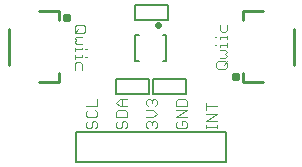
<source format=gbr>
G04 EAGLE Gerber RS-274X export*
G75*
%MOMM*%
%FSLAX34Y34*%
%LPD*%
%AMOC8*
5,1,8,0,0,1.08239X$1,22.5*%
G01*
%ADD10C,0.101600*%
%ADD11C,0.127000*%
%ADD12C,0.400000*%
%ADD13C,0.254000*%
%ADD14C,0.300000*%


D10*
X73146Y37089D02*
X71620Y35564D01*
X71620Y32513D01*
X73146Y30988D01*
X74671Y30988D01*
X76196Y32513D01*
X76196Y35564D01*
X77721Y37089D01*
X79247Y37089D01*
X80772Y35564D01*
X80772Y32513D01*
X79247Y30988D01*
X71620Y44919D02*
X73146Y46444D01*
X71620Y44919D02*
X71620Y41868D01*
X73146Y40343D01*
X79247Y40343D01*
X80772Y41868D01*
X80772Y44919D01*
X79247Y46444D01*
X80772Y49698D02*
X71620Y49698D01*
X80772Y49698D02*
X80772Y55800D01*
X98546Y37089D02*
X97020Y35564D01*
X97020Y32513D01*
X98546Y30988D01*
X100071Y30988D01*
X101596Y32513D01*
X101596Y35564D01*
X103121Y37089D01*
X104647Y37089D01*
X106172Y35564D01*
X106172Y32513D01*
X104647Y30988D01*
X106172Y40343D02*
X97020Y40343D01*
X106172Y40343D02*
X106172Y44919D01*
X104647Y46444D01*
X98546Y46444D01*
X97020Y44919D01*
X97020Y40343D01*
X100071Y49698D02*
X106172Y49698D01*
X100071Y49698D02*
X97020Y52749D01*
X100071Y55800D01*
X106172Y55800D01*
X101596Y55800D02*
X101596Y49698D01*
X122420Y32513D02*
X123946Y30988D01*
X122420Y32513D02*
X122420Y35564D01*
X123946Y37089D01*
X125471Y37089D01*
X126996Y35564D01*
X126996Y34039D01*
X126996Y35564D02*
X128521Y37089D01*
X130047Y37089D01*
X131572Y35564D01*
X131572Y32513D01*
X130047Y30988D01*
X128521Y40343D02*
X122420Y40343D01*
X128521Y40343D02*
X131572Y43394D01*
X128521Y46444D01*
X122420Y46444D01*
X123946Y49698D02*
X122420Y51224D01*
X122420Y54274D01*
X123946Y55800D01*
X125471Y55800D01*
X126996Y54274D01*
X126996Y52749D01*
X126996Y54274D02*
X128521Y55800D01*
X130047Y55800D01*
X131572Y54274D01*
X131572Y51224D01*
X130047Y49698D01*
X147820Y35564D02*
X149346Y37089D01*
X147820Y35564D02*
X147820Y32513D01*
X149346Y30988D01*
X155447Y30988D01*
X156972Y32513D01*
X156972Y35564D01*
X155447Y37089D01*
X152396Y37089D01*
X152396Y34039D01*
X156972Y40343D02*
X147820Y40343D01*
X156972Y46444D01*
X147820Y46444D01*
X147820Y49698D02*
X156972Y49698D01*
X156972Y54274D01*
X155447Y55800D01*
X149346Y55800D01*
X147820Y54274D01*
X147820Y49698D01*
X182372Y34039D02*
X182372Y30988D01*
X182372Y32513D02*
X173220Y32513D01*
X173220Y30988D02*
X173220Y34039D01*
X173220Y37225D02*
X182372Y37225D01*
X182372Y43326D02*
X173220Y37225D01*
X173220Y43326D02*
X182372Y43326D01*
X182372Y49631D02*
X173220Y49631D01*
X173220Y52681D02*
X173220Y46580D01*
X69349Y118110D02*
X63247Y118110D01*
X69349Y118110D02*
X70874Y116585D01*
X70874Y113534D01*
X69349Y112009D01*
X63247Y112009D01*
X61722Y113534D01*
X61722Y116585D01*
X63247Y118110D01*
X64773Y115059D02*
X61722Y112009D01*
X63247Y108755D02*
X67823Y108755D01*
X63247Y108755D02*
X61722Y107230D01*
X63247Y105704D01*
X61722Y104179D01*
X63247Y102654D01*
X67823Y102654D01*
X67823Y99400D02*
X67823Y97874D01*
X61722Y97874D01*
X61722Y96349D02*
X61722Y99400D01*
X70874Y97874D02*
X72399Y97874D01*
X67823Y93163D02*
X67823Y91638D01*
X61722Y91638D01*
X61722Y93163D02*
X61722Y90112D01*
X70874Y91638D02*
X72399Y91638D01*
X67823Y85401D02*
X67823Y80825D01*
X67823Y85401D02*
X66298Y86926D01*
X63247Y86926D01*
X61722Y85401D01*
X61722Y80825D01*
X183382Y81534D02*
X189483Y81534D01*
X183382Y81534D02*
X181856Y83059D01*
X181856Y86110D01*
X183382Y87635D01*
X189483Y87635D01*
X191008Y86110D01*
X191008Y83059D01*
X189483Y81534D01*
X187957Y84585D02*
X191008Y87635D01*
X189483Y90889D02*
X184907Y90889D01*
X189483Y90889D02*
X191008Y92414D01*
X189483Y93940D01*
X191008Y95465D01*
X189483Y96990D01*
X184907Y96990D01*
X184907Y100244D02*
X184907Y101770D01*
X191008Y101770D01*
X191008Y103295D02*
X191008Y100244D01*
X181856Y101770D02*
X180331Y101770D01*
X184907Y106481D02*
X184907Y108006D01*
X191008Y108006D01*
X191008Y106481D02*
X191008Y109532D01*
X181856Y108006D02*
X180331Y108006D01*
X184907Y114243D02*
X184907Y118819D01*
X184907Y114243D02*
X186432Y112718D01*
X189483Y112718D01*
X191008Y114243D01*
X191008Y118819D01*
D11*
X141246Y135768D02*
X113306Y135768D01*
X141246Y135768D02*
X141246Y123068D01*
X113306Y123068D01*
X113306Y135768D01*
X63100Y27700D02*
X63100Y2300D01*
X63100Y27700D02*
X190100Y27700D01*
X190100Y2300D01*
X63100Y2300D01*
D12*
X53586Y125000D02*
X53588Y125075D01*
X53594Y125149D01*
X53604Y125223D01*
X53617Y125296D01*
X53635Y125369D01*
X53656Y125440D01*
X53681Y125511D01*
X53710Y125580D01*
X53743Y125647D01*
X53779Y125712D01*
X53818Y125776D01*
X53860Y125837D01*
X53906Y125896D01*
X53955Y125953D01*
X54007Y126006D01*
X54061Y126057D01*
X54118Y126106D01*
X54178Y126150D01*
X54240Y126192D01*
X54304Y126231D01*
X54370Y126266D01*
X54437Y126297D01*
X54507Y126325D01*
X54577Y126349D01*
X54649Y126370D01*
X54722Y126386D01*
X54795Y126399D01*
X54870Y126408D01*
X54944Y126413D01*
X55019Y126414D01*
X55093Y126411D01*
X55168Y126404D01*
X55241Y126393D01*
X55315Y126379D01*
X55387Y126360D01*
X55458Y126338D01*
X55528Y126312D01*
X55597Y126282D01*
X55663Y126249D01*
X55728Y126212D01*
X55791Y126172D01*
X55852Y126128D01*
X55910Y126082D01*
X55966Y126032D01*
X56019Y125980D01*
X56070Y125925D01*
X56117Y125867D01*
X56161Y125807D01*
X56202Y125744D01*
X56240Y125680D01*
X56274Y125614D01*
X56305Y125545D01*
X56332Y125476D01*
X56355Y125405D01*
X56374Y125333D01*
X56390Y125260D01*
X56402Y125186D01*
X56410Y125112D01*
X56414Y125037D01*
X56414Y124963D01*
X56410Y124888D01*
X56402Y124814D01*
X56390Y124740D01*
X56374Y124667D01*
X56355Y124595D01*
X56332Y124524D01*
X56305Y124455D01*
X56274Y124386D01*
X56240Y124320D01*
X56202Y124256D01*
X56161Y124193D01*
X56117Y124133D01*
X56070Y124075D01*
X56019Y124020D01*
X55966Y123968D01*
X55910Y123918D01*
X55852Y123872D01*
X55791Y123828D01*
X55728Y123788D01*
X55663Y123751D01*
X55597Y123718D01*
X55528Y123688D01*
X55458Y123662D01*
X55387Y123640D01*
X55315Y123621D01*
X55241Y123607D01*
X55168Y123596D01*
X55093Y123589D01*
X55019Y123586D01*
X54944Y123587D01*
X54870Y123592D01*
X54795Y123601D01*
X54722Y123614D01*
X54649Y123630D01*
X54577Y123651D01*
X54507Y123675D01*
X54437Y123703D01*
X54370Y123734D01*
X54304Y123769D01*
X54240Y123808D01*
X54178Y123850D01*
X54118Y123894D01*
X54061Y123943D01*
X54007Y123994D01*
X53955Y124047D01*
X53906Y124104D01*
X53860Y124163D01*
X53818Y124224D01*
X53779Y124288D01*
X53743Y124353D01*
X53710Y124420D01*
X53681Y124489D01*
X53656Y124560D01*
X53635Y124631D01*
X53617Y124704D01*
X53604Y124777D01*
X53594Y124851D01*
X53588Y124925D01*
X53586Y125000D01*
D13*
X6000Y115000D02*
X6000Y85000D01*
X32000Y130000D02*
X48500Y130000D01*
X48500Y77500D02*
X48500Y70000D01*
X32000Y70000D01*
X48500Y122500D02*
X48500Y130000D01*
D12*
X196786Y75000D02*
X196788Y75075D01*
X196794Y75149D01*
X196804Y75223D01*
X196817Y75296D01*
X196835Y75369D01*
X196856Y75440D01*
X196881Y75511D01*
X196910Y75580D01*
X196943Y75647D01*
X196979Y75712D01*
X197018Y75776D01*
X197060Y75837D01*
X197106Y75896D01*
X197155Y75953D01*
X197207Y76006D01*
X197261Y76057D01*
X197318Y76106D01*
X197378Y76150D01*
X197440Y76192D01*
X197504Y76231D01*
X197570Y76266D01*
X197637Y76297D01*
X197707Y76325D01*
X197777Y76349D01*
X197849Y76370D01*
X197922Y76386D01*
X197995Y76399D01*
X198070Y76408D01*
X198144Y76413D01*
X198219Y76414D01*
X198293Y76411D01*
X198368Y76404D01*
X198441Y76393D01*
X198515Y76379D01*
X198587Y76360D01*
X198658Y76338D01*
X198728Y76312D01*
X198797Y76282D01*
X198863Y76249D01*
X198928Y76212D01*
X198991Y76172D01*
X199052Y76128D01*
X199110Y76082D01*
X199166Y76032D01*
X199219Y75980D01*
X199270Y75925D01*
X199317Y75867D01*
X199361Y75807D01*
X199402Y75744D01*
X199440Y75680D01*
X199474Y75614D01*
X199505Y75545D01*
X199532Y75476D01*
X199555Y75405D01*
X199574Y75333D01*
X199590Y75260D01*
X199602Y75186D01*
X199610Y75112D01*
X199614Y75037D01*
X199614Y74963D01*
X199610Y74888D01*
X199602Y74814D01*
X199590Y74740D01*
X199574Y74667D01*
X199555Y74595D01*
X199532Y74524D01*
X199505Y74455D01*
X199474Y74386D01*
X199440Y74320D01*
X199402Y74256D01*
X199361Y74193D01*
X199317Y74133D01*
X199270Y74075D01*
X199219Y74020D01*
X199166Y73968D01*
X199110Y73918D01*
X199052Y73872D01*
X198991Y73828D01*
X198928Y73788D01*
X198863Y73751D01*
X198797Y73718D01*
X198728Y73688D01*
X198658Y73662D01*
X198587Y73640D01*
X198515Y73621D01*
X198441Y73607D01*
X198368Y73596D01*
X198293Y73589D01*
X198219Y73586D01*
X198144Y73587D01*
X198070Y73592D01*
X197995Y73601D01*
X197922Y73614D01*
X197849Y73630D01*
X197777Y73651D01*
X197707Y73675D01*
X197637Y73703D01*
X197570Y73734D01*
X197504Y73769D01*
X197440Y73808D01*
X197378Y73850D01*
X197318Y73894D01*
X197261Y73943D01*
X197207Y73994D01*
X197155Y74047D01*
X197106Y74104D01*
X197060Y74163D01*
X197018Y74224D01*
X196979Y74288D01*
X196943Y74353D01*
X196910Y74420D01*
X196881Y74489D01*
X196856Y74560D01*
X196835Y74631D01*
X196817Y74704D01*
X196804Y74777D01*
X196794Y74851D01*
X196788Y74925D01*
X196786Y75000D01*
D13*
X247200Y85000D02*
X247200Y115000D01*
X221200Y70000D02*
X204700Y70000D01*
X204700Y122500D02*
X204700Y130000D01*
X221200Y130000D01*
X204700Y77500D02*
X204700Y70000D01*
D11*
X124740Y60334D02*
X96800Y60334D01*
X96800Y73034D01*
X124740Y73034D01*
X124740Y60334D01*
X128444Y73030D02*
X156384Y73030D01*
X156384Y60330D01*
X128444Y60330D01*
X128444Y73030D01*
D14*
X131770Y118064D02*
X131772Y118127D01*
X131778Y118189D01*
X131788Y118251D01*
X131801Y118313D01*
X131819Y118373D01*
X131840Y118432D01*
X131865Y118490D01*
X131894Y118546D01*
X131926Y118600D01*
X131961Y118652D01*
X131999Y118701D01*
X132041Y118749D01*
X132085Y118793D01*
X132133Y118835D01*
X132182Y118873D01*
X132234Y118908D01*
X132288Y118940D01*
X132344Y118969D01*
X132402Y118994D01*
X132461Y119015D01*
X132521Y119033D01*
X132583Y119046D01*
X132645Y119056D01*
X132707Y119062D01*
X132770Y119064D01*
X132833Y119062D01*
X132895Y119056D01*
X132957Y119046D01*
X133019Y119033D01*
X133079Y119015D01*
X133138Y118994D01*
X133196Y118969D01*
X133252Y118940D01*
X133306Y118908D01*
X133358Y118873D01*
X133407Y118835D01*
X133455Y118793D01*
X133499Y118749D01*
X133541Y118701D01*
X133579Y118652D01*
X133614Y118600D01*
X133646Y118546D01*
X133675Y118490D01*
X133700Y118432D01*
X133721Y118373D01*
X133739Y118313D01*
X133752Y118251D01*
X133762Y118189D01*
X133768Y118127D01*
X133770Y118064D01*
X133768Y118001D01*
X133762Y117939D01*
X133752Y117877D01*
X133739Y117815D01*
X133721Y117755D01*
X133700Y117696D01*
X133675Y117638D01*
X133646Y117582D01*
X133614Y117528D01*
X133579Y117476D01*
X133541Y117427D01*
X133499Y117379D01*
X133455Y117335D01*
X133407Y117293D01*
X133358Y117255D01*
X133306Y117220D01*
X133252Y117188D01*
X133196Y117159D01*
X133138Y117134D01*
X133079Y117113D01*
X133019Y117095D01*
X132957Y117082D01*
X132895Y117072D01*
X132833Y117066D01*
X132770Y117064D01*
X132707Y117066D01*
X132645Y117072D01*
X132583Y117082D01*
X132521Y117095D01*
X132461Y117113D01*
X132402Y117134D01*
X132344Y117159D01*
X132288Y117188D01*
X132234Y117220D01*
X132182Y117255D01*
X132133Y117293D01*
X132085Y117335D01*
X132041Y117379D01*
X131999Y117427D01*
X131961Y117476D01*
X131926Y117528D01*
X131894Y117582D01*
X131865Y117638D01*
X131840Y117696D01*
X131819Y117755D01*
X131801Y117815D01*
X131788Y117877D01*
X131778Y117939D01*
X131772Y118001D01*
X131770Y118064D01*
D11*
X136270Y110064D02*
X139270Y110064D01*
X139270Y88064D01*
X136270Y88064D01*
X116270Y110064D02*
X113270Y110064D01*
X113270Y88064D01*
X116270Y88064D01*
M02*

</source>
